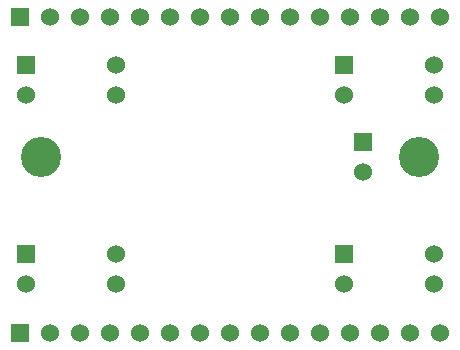
<source format=gbs>
G04 (created by PCBNEW (2013-mar-13)-testing) date Mon 29 Sep 2014 05:02:38 PM PDT*
%MOIN*%
G04 Gerber Fmt 3.4, Leading zero omitted, Abs format*
%FSLAX34Y34*%
G01*
G70*
G90*
G04 APERTURE LIST*
%ADD10C,0.005906*%
%ADD11R,0.060000X0.060000*%
%ADD12C,0.060000*%
%ADD13C,0.133900*%
G04 APERTURE END LIST*
G54D10*
G54D11*
X20559Y-33425D03*
G54D12*
X21559Y-33425D03*
X22559Y-33425D03*
X23559Y-33425D03*
X24559Y-33425D03*
X25559Y-33425D03*
X26559Y-33425D03*
X27559Y-33425D03*
X28559Y-33425D03*
X29559Y-33425D03*
X30559Y-33425D03*
X31559Y-33425D03*
X32559Y-33425D03*
X33559Y-33425D03*
X34559Y-33425D03*
G54D11*
X20559Y-22893D03*
G54D12*
X21559Y-22893D03*
X22559Y-22893D03*
X23559Y-22893D03*
X24559Y-22893D03*
X25559Y-22893D03*
X26559Y-22893D03*
X27559Y-22893D03*
X28559Y-22893D03*
X29559Y-22893D03*
X30559Y-22893D03*
X31559Y-22893D03*
X32559Y-22893D03*
X33559Y-22893D03*
X34559Y-22893D03*
G54D11*
X32007Y-27059D03*
G54D12*
X32007Y-28059D03*
G54D13*
X21259Y-27559D03*
X33858Y-27559D03*
G54D11*
X31374Y-30799D03*
G54D12*
X34374Y-30799D03*
X31374Y-31799D03*
X34374Y-31799D03*
G54D11*
X31374Y-24500D03*
G54D12*
X34374Y-24500D03*
X31374Y-25500D03*
X34374Y-25500D03*
G54D11*
X20744Y-30799D03*
G54D12*
X23744Y-30799D03*
X20744Y-31799D03*
X23744Y-31799D03*
G54D11*
X20744Y-24500D03*
G54D12*
X23744Y-24500D03*
X20744Y-25500D03*
X23744Y-25500D03*
M02*

</source>
